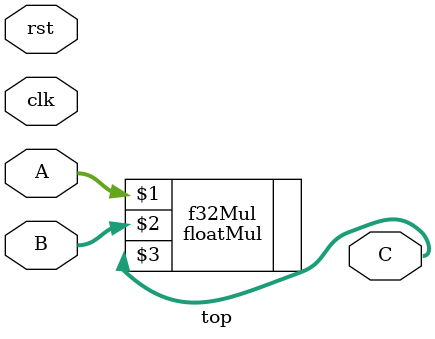
<source format=v>
module top(
    input                           clk,                    // 时钟信号
    input                           rst,                    // 复位信号

    input       [31:0]              A,                      // 输入A
    input       [31:0]              B,                      // 输入B
    output reg  [31:0]              C                       // 输入C
);
    floatMul #(32) f32Mul (A, B, C);

endmodule


</source>
